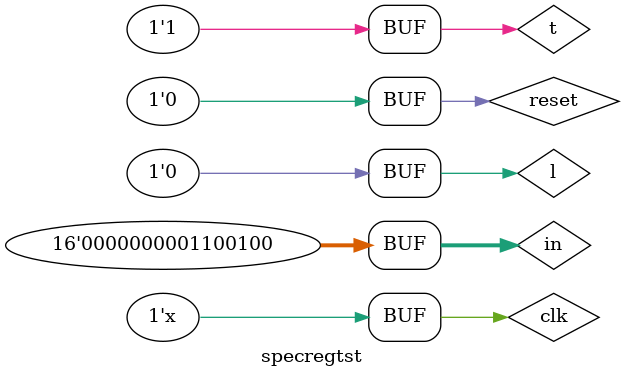
<source format=v>
`timescale 1ns / 1ps


module specregtst;

	// Inputs
	reg clk;
	reg reset;
	reg [15:0] in;
	reg l;
	reg t;

	// Outputs
	wire [15:0] bus;

	// Instantiate the Unit Under Test (UUT)
	specreg uut (
		.clk(clk), 
		.reset(reset), 
		.in(in), 
		.bus(bus), 
		.l(l), 
		.t(t)
	);
	
	always
	#5 clk = ~clk;
	
	initial begin
		// Initialize Inputs
		clk = 0;
		reset = 0;
		in = 0;
		l = 0;
		t = 0;

		// Wait 100 ns for global reset to finish
		#100;
        
		// Add stimulus here
		
		in = 100;
		l = 1;
		#10;
		
		t=1;
		l=0;
		#1;

	end
      
endmodule


</source>
